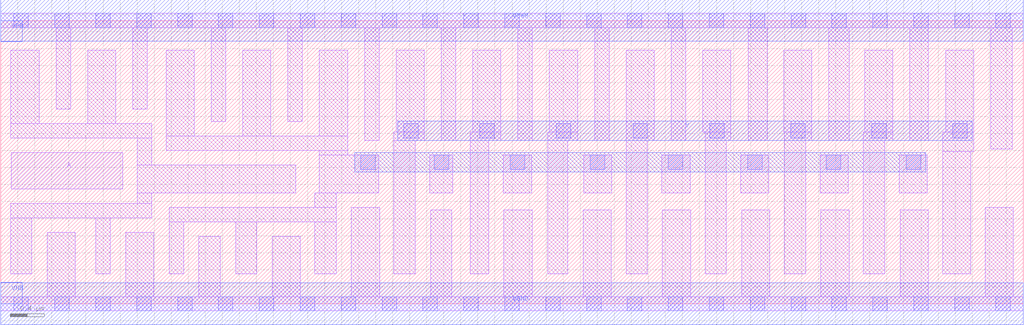
<source format=lef>
# Copyright 2020 The SkyWater PDK Authors
#
# Licensed under the Apache License, Version 2.0 (the "License");
# you may not use this file except in compliance with the License.
# You may obtain a copy of the License at
#
#     https://www.apache.org/licenses/LICENSE-2.0
#
# Unless required by applicable law or agreed to in writing, software
# distributed under the License is distributed on an "AS IS" BASIS,
# WITHOUT WARRANTIES OR CONDITIONS OF ANY KIND, either express or implied.
# See the License for the specific language governing permissions and
# limitations under the License.
#
# SPDX-License-Identifier: Apache-2.0

VERSION 5.5 ;
NAMESCASESENSITIVE ON ;
BUSBITCHARS "[]" ;
DIVIDERCHAR "/" ;
MACRO sky130_fd_sc_ms__bufinv_16
  CLASS CORE ;
  SOURCE USER ;
  ORIGIN  0.000000  0.000000 ;
  SIZE 12 BY  3.330000 ;
  SYMMETRY X Y ;
  SITE unit ;
  PIN A
    ANTENNAGATEAREA  0.837000 ;
    DIRECTION INPUT ;
    USE SIGNAL ;
    PORT
      LAYER li1 ;
        RECT 0.125000 1.350000 1.430000 1.780000 ;
    END
  END A
  PIN Y
    ANTENNADIFFAREA  4.390400 ;
    DIRECTION OUTPUT ;
    USE SIGNAL ;
    PORT
      LAYER met1 ;
        RECT 4.660000 1.920000 11.400000 2.150000 ;
    END
  END Y
  PIN VGND
    DIRECTION INOUT ;
    USE GROUND ;
    PORT
      LAYER met1 ;
        RECT 0.000000 -0.245000 12.000000 0.245000 ;
    END
  END VGND
  PIN VNB
    DIRECTION INOUT ;
    USE GROUND ;
    PORT
      LAYER met1 ;
        RECT 0.000000 0.000000 0.250000 0.250000 ;
    END
  END VNB
  PIN VPB
    DIRECTION INOUT ;
    USE POWER ;
    PORT
      LAYER met1 ;
        RECT 0.000000 3.080000 0.250000 3.330000 ;
    END
  END VPB
  PIN VPWR
    DIRECTION INOUT ;
    USE POWER ;
    PORT
      LAYER met1 ;
        RECT 0.000000 3.085000 12.000000 3.575000 ;
    END
  END VPWR
  OBS
    LAYER li1 ;
      RECT  0.000000 -0.085000 12.000000 0.085000 ;
      RECT  0.000000  3.245000 12.000000 3.415000 ;
      RECT  0.115000  0.350000  0.365000 1.010000 ;
      RECT  0.115000  1.010000  1.770000 1.180000 ;
      RECT  0.120000  1.950000  1.770000 2.120000 ;
      RECT  0.120000  2.120000  0.450000 2.980000 ;
      RECT  0.545000  0.085000  0.875000 0.840000 ;
      RECT  0.650000  2.290000  0.820000 3.245000 ;
      RECT  1.020000  2.120000  1.350000 2.980000 ;
      RECT  1.115000  0.350000  1.285000 1.010000 ;
      RECT  1.465000  0.085000  1.795000 0.840000 ;
      RECT  1.550000  2.290000  1.720000 3.245000 ;
      RECT  1.600000  1.180000  1.770000 1.300000 ;
      RECT  1.600000  1.300000  3.460000 1.630000 ;
      RECT  1.600000  1.630000  1.770000 1.950000 ;
      RECT  1.940000  1.800000  4.070000 1.970000 ;
      RECT  1.940000  1.970000  2.270000 2.980000 ;
      RECT  1.975000  0.350000  2.145000 0.960000 ;
      RECT  1.975000  0.960000  3.935000 1.130000 ;
      RECT  2.325000  0.085000  2.575000 0.790000 ;
      RECT  2.470000  2.140000  2.640000 3.245000 ;
      RECT  2.755000  0.350000  3.005000 0.960000 ;
      RECT  2.840000  1.970000  3.170000 2.980000 ;
      RECT  3.185000  0.085000  3.515000 0.790000 ;
      RECT  3.370000  2.140000  3.540000 3.245000 ;
      RECT  3.685000  0.350000  3.935000 0.960000 ;
      RECT  3.685000  1.130000  3.935000 1.300000 ;
      RECT  3.740000  1.300000  4.435000 1.750000 ;
      RECT  3.740000  1.750000  4.070000 1.800000 ;
      RECT  3.740000  1.970000  4.070000 2.980000 ;
      RECT  4.115000  0.085000  4.445000 1.130000 ;
      RECT  4.270000  1.920000  4.440000 3.245000 ;
      RECT  4.615000  0.350000  4.865000 1.920000 ;
      RECT  4.615000  1.920000  4.970000 2.020000 ;
      RECT  4.640000  2.020000  4.970000 2.980000 ;
      RECT  5.035000  1.300000  5.305000 1.750000 ;
      RECT  5.045000  0.085000  5.295000 1.105000 ;
      RECT  5.170000  1.920000  5.340000 3.245000 ;
      RECT  5.510000  0.350000  5.725000 1.920000 ;
      RECT  5.510000  1.920000  5.870000 2.020000 ;
      RECT  5.540000  2.020000  5.870000 2.980000 ;
      RECT  5.900000  1.300000  6.230000 1.750000 ;
      RECT  5.905000  0.085000  6.235000 1.105000 ;
      RECT  6.070000  1.920000  6.240000 3.245000 ;
      RECT  6.420000  0.350000  6.655000 1.920000 ;
      RECT  6.420000  1.920000  6.770000 2.020000 ;
      RECT  6.440000  2.020000  6.770000 2.980000 ;
      RECT  6.835000  0.085000  7.165000 1.105000 ;
      RECT  6.840000  1.300000  7.170000 1.750000 ;
      RECT  6.970000  1.920000  7.140000 3.245000 ;
      RECT  7.340000  0.350000  7.585000 1.920000 ;
      RECT  7.340000  1.920000  7.670000 2.980000 ;
      RECT  7.760000  1.300000  8.090000 1.750000 ;
      RECT  7.765000  0.085000  8.095000 1.105000 ;
      RECT  7.870000  1.920000  8.040000 3.245000 ;
      RECT  8.240000  2.020000  8.570000 2.980000 ;
      RECT  8.265000  0.350000  8.515000 1.920000 ;
      RECT  8.265000  1.920000  8.570000 2.020000 ;
      RECT  8.685000  1.300000  9.015000 1.750000 ;
      RECT  8.695000  0.085000  9.025000 1.105000 ;
      RECT  8.770000  1.920000  8.995000 3.245000 ;
      RECT  9.190000  2.020000  9.520000 2.980000 ;
      RECT  9.195000  0.350000  9.445000 1.920000 ;
      RECT  9.195000  1.920000  9.520000 2.020000 ;
      RECT  9.615000  1.300000  9.945000 1.750000 ;
      RECT  9.625000  0.085000  9.955000 1.105000 ;
      RECT  9.720000  1.920000  9.955000 3.245000 ;
      RECT 10.125000  0.350000 10.375000 1.920000 ;
      RECT 10.125000  1.920000 10.470000 2.020000 ;
      RECT 10.140000  2.020000 10.470000 2.980000 ;
      RECT 10.545000  1.300000 10.875000 1.750000 ;
      RECT 10.555000  0.085000 10.885000 1.105000 ;
      RECT 10.670000  1.920000 10.885000 3.245000 ;
      RECT 11.055000  0.350000 11.385000 1.790000 ;
      RECT 11.055000  1.790000 11.420000 2.020000 ;
      RECT 11.090000  2.020000 11.420000 2.980000 ;
      RECT 11.555000  0.085000 11.885000 1.130000 ;
      RECT 11.620000  1.820000 11.870000 3.245000 ;
    LAYER mcon ;
      RECT  0.155000 -0.085000  0.325000 0.085000 ;
      RECT  0.155000  3.245000  0.325000 3.415000 ;
      RECT  0.635000 -0.085000  0.805000 0.085000 ;
      RECT  0.635000  3.245000  0.805000 3.415000 ;
      RECT  1.115000 -0.085000  1.285000 0.085000 ;
      RECT  1.115000  3.245000  1.285000 3.415000 ;
      RECT  1.595000 -0.085000  1.765000 0.085000 ;
      RECT  1.595000  3.245000  1.765000 3.415000 ;
      RECT  2.075000 -0.085000  2.245000 0.085000 ;
      RECT  2.075000  3.245000  2.245000 3.415000 ;
      RECT  2.555000 -0.085000  2.725000 0.085000 ;
      RECT  2.555000  3.245000  2.725000 3.415000 ;
      RECT  3.035000 -0.085000  3.205000 0.085000 ;
      RECT  3.035000  3.245000  3.205000 3.415000 ;
      RECT  3.515000 -0.085000  3.685000 0.085000 ;
      RECT  3.515000  3.245000  3.685000 3.415000 ;
      RECT  3.995000 -0.085000  4.165000 0.085000 ;
      RECT  3.995000  3.245000  4.165000 3.415000 ;
      RECT  4.225000  1.580000  4.395000 1.750000 ;
      RECT  4.475000 -0.085000  4.645000 0.085000 ;
      RECT  4.475000  3.245000  4.645000 3.415000 ;
      RECT  4.730000  1.950000  4.900000 2.120000 ;
      RECT  4.955000 -0.085000  5.125000 0.085000 ;
      RECT  4.955000  3.245000  5.125000 3.415000 ;
      RECT  5.090000  1.580000  5.260000 1.750000 ;
      RECT  5.435000 -0.085000  5.605000 0.085000 ;
      RECT  5.435000  3.245000  5.605000 3.415000 ;
      RECT  5.620000  1.950000  5.790000 2.120000 ;
      RECT  5.915000 -0.085000  6.085000 0.085000 ;
      RECT  5.915000  3.245000  6.085000 3.415000 ;
      RECT  5.980000  1.580000  6.150000 1.750000 ;
      RECT  6.395000 -0.085000  6.565000 0.085000 ;
      RECT  6.395000  3.245000  6.565000 3.415000 ;
      RECT  6.520000  1.950000  6.690000 2.120000 ;
      RECT  6.875000 -0.085000  7.045000 0.085000 ;
      RECT  6.875000  3.245000  7.045000 3.415000 ;
      RECT  6.920000  1.580000  7.090000 1.750000 ;
      RECT  7.355000 -0.085000  7.525000 0.085000 ;
      RECT  7.355000  3.245000  7.525000 3.415000 ;
      RECT  7.420000  1.950000  7.590000 2.120000 ;
      RECT  7.835000 -0.085000  8.005000 0.085000 ;
      RECT  7.835000  1.580000  8.005000 1.750000 ;
      RECT  7.835000  3.245000  8.005000 3.415000 ;
      RECT  8.315000 -0.085000  8.485000 0.085000 ;
      RECT  8.315000  3.245000  8.485000 3.415000 ;
      RECT  8.320000  1.950000  8.490000 2.120000 ;
      RECT  8.765000  1.580000  8.935000 1.750000 ;
      RECT  8.795000 -0.085000  8.965000 0.085000 ;
      RECT  8.795000  3.245000  8.965000 3.415000 ;
      RECT  9.270000  1.950000  9.440000 2.120000 ;
      RECT  9.275000 -0.085000  9.445000 0.085000 ;
      RECT  9.275000  3.245000  9.445000 3.415000 ;
      RECT  9.690000  1.580000  9.860000 1.750000 ;
      RECT  9.755000 -0.085000  9.925000 0.085000 ;
      RECT  9.755000  3.245000  9.925000 3.415000 ;
      RECT 10.220000  1.950000 10.390000 2.120000 ;
      RECT 10.235000 -0.085000 10.405000 0.085000 ;
      RECT 10.235000  3.245000 10.405000 3.415000 ;
      RECT 10.625000  1.580000 10.795000 1.750000 ;
      RECT 10.715000 -0.085000 10.885000 0.085000 ;
      RECT 10.715000  3.245000 10.885000 3.415000 ;
      RECT 11.170000  1.950000 11.340000 2.120000 ;
      RECT 11.195000 -0.085000 11.365000 0.085000 ;
      RECT 11.195000  3.245000 11.365000 3.415000 ;
      RECT 11.675000 -0.085000 11.845000 0.085000 ;
      RECT 11.675000  3.245000 11.845000 3.415000 ;
    LAYER met1 ;
      RECT 4.155000 1.550000 10.855000 1.780000 ;
  END
END sky130_fd_sc_ms__bufinv_16

</source>
